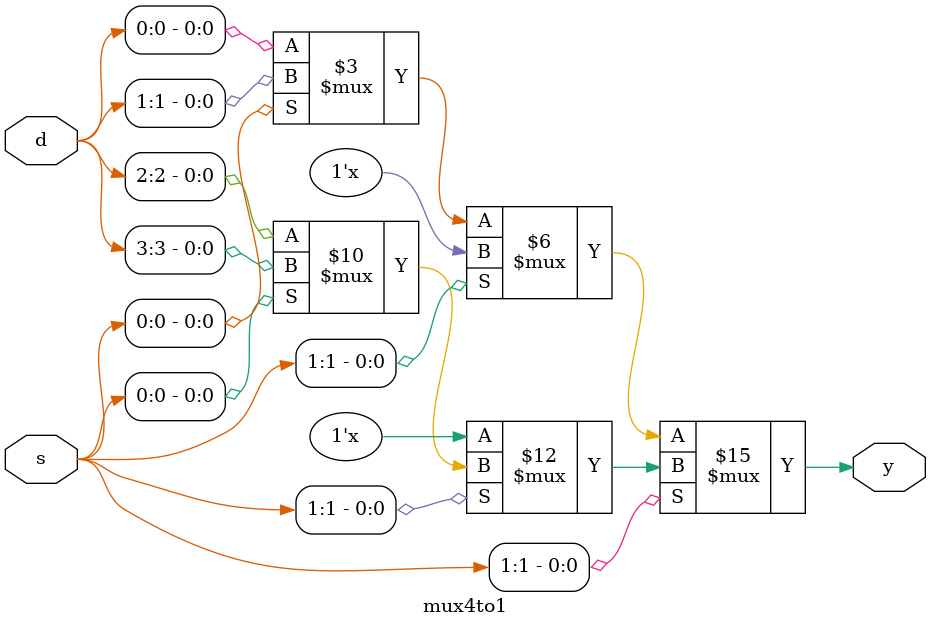
<source format=v>
module mux4to1 (
  input [3:0] d,
  input [1:0] s,
  output reg y);

  always @(*) begin
    if (s[1])
      if (s[0])
         y = d[3];
      else
         y = d[2];
    else 
      if (s[0])
         y = d[1];
      else
         y = d[0];
  end
endmodule


</source>
